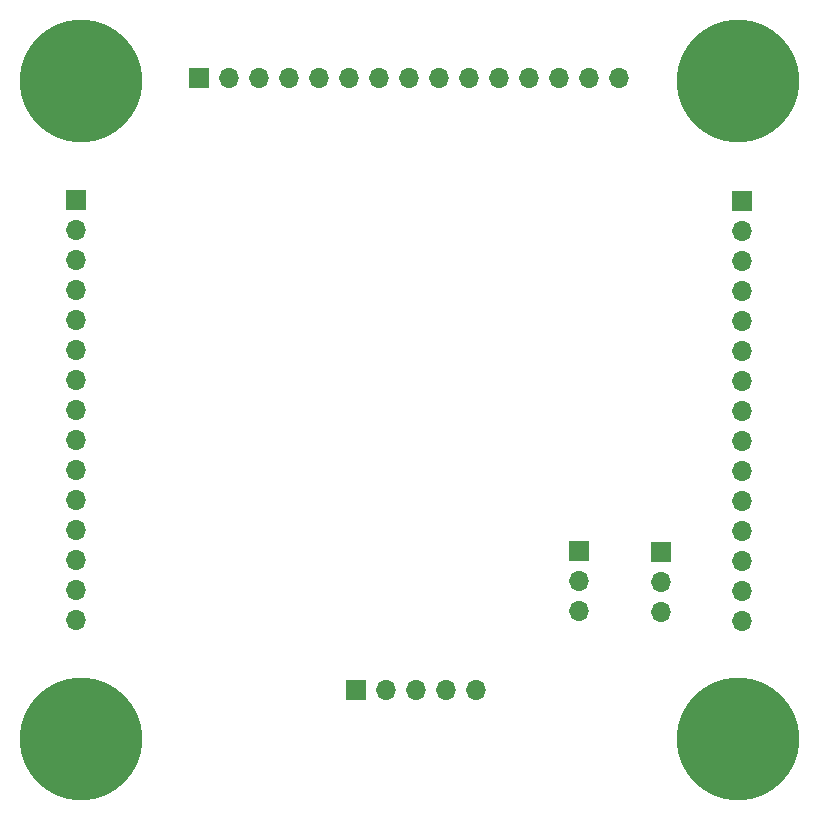
<source format=gbr>
%TF.GenerationSoftware,KiCad,Pcbnew,7.0.7*%
%TF.CreationDate,2024-04-01T01:41:43+05:30*%
%TF.ProjectId,Telemetry_Stack,54656c65-6d65-4747-9279-5f537461636b,rev?*%
%TF.SameCoordinates,Original*%
%TF.FileFunction,Soldermask,Bot*%
%TF.FilePolarity,Negative*%
%FSLAX46Y46*%
G04 Gerber Fmt 4.6, Leading zero omitted, Abs format (unit mm)*
G04 Created by KiCad (PCBNEW 7.0.7) date 2024-04-01 01:41:43*
%MOMM*%
%LPD*%
G01*
G04 APERTURE LIST*
%ADD10R,1.700000X1.700000*%
%ADD11O,1.700000X1.700000*%
%ADD12C,10.400000*%
G04 APERTURE END LIST*
D10*
%TO.C,J2*%
X158419800Y-103657400D03*
D11*
X158419800Y-106197400D03*
X158419800Y-108737400D03*
%TD*%
D10*
%TO.C,J1*%
X151485600Y-103647000D03*
D11*
X151485600Y-106187000D03*
X151485600Y-108727000D03*
%TD*%
D10*
%TO.C,U2*%
X165296800Y-73947400D03*
D11*
X165296800Y-76487400D03*
X165296800Y-79027400D03*
X165296800Y-81567400D03*
X165296800Y-84107400D03*
X165296800Y-86647400D03*
X165296800Y-89187400D03*
X165296800Y-91727400D03*
X165296800Y-94267400D03*
X165296800Y-96807400D03*
X165296800Y-99347400D03*
X165296800Y-101887400D03*
X165296800Y-104427400D03*
X165296800Y-106967400D03*
X165296800Y-109507400D03*
X108896800Y-109477400D03*
X108896800Y-106937400D03*
X108896800Y-104397400D03*
X108896800Y-101857400D03*
X108896800Y-99317400D03*
X108896800Y-96777400D03*
X108896800Y-94237400D03*
X108896800Y-91697400D03*
X108896800Y-89157400D03*
X108896800Y-86617400D03*
X108896800Y-84077400D03*
X108896800Y-81537400D03*
X108896800Y-78997400D03*
X108896800Y-76457400D03*
D10*
X108896800Y-73917400D03*
X119321800Y-63532400D03*
D11*
X121861800Y-63532400D03*
X124401800Y-63532400D03*
X126941800Y-63532400D03*
X129481800Y-63532400D03*
X132021800Y-63532400D03*
X134561800Y-63532400D03*
X137101800Y-63532400D03*
X139641800Y-63532400D03*
X142181800Y-63532400D03*
X144721800Y-63532400D03*
X147261800Y-63532400D03*
X149801800Y-63532400D03*
X152341800Y-63532400D03*
X154881800Y-63532400D03*
D12*
X164896800Y-119532400D03*
X109296800Y-119532400D03*
X109296800Y-63832400D03*
X164896800Y-63847400D03*
%TD*%
D11*
%TO.C,U1*%
X142732200Y-115388400D03*
X140192200Y-115388400D03*
X137652200Y-115388400D03*
X135112200Y-115388400D03*
D10*
X132572200Y-115388400D03*
%TD*%
M02*

</source>
